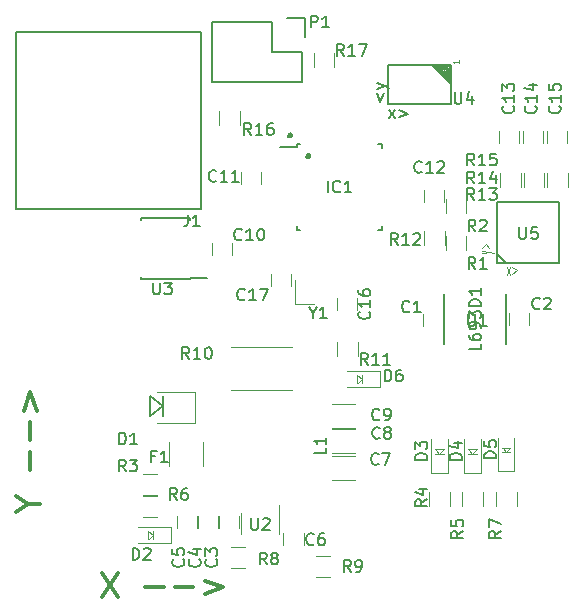
<source format=gbr>
G04 #@! TF.FileFunction,Legend,Top*
%FSLAX46Y46*%
G04 Gerber Fmt 4.6, Leading zero omitted, Abs format (unit mm)*
G04 Created by KiCad (PCBNEW 4.0.7-e2-6376~58~ubuntu16.04.1) date Sun Sep  2 10:05:10 2018*
%MOMM*%
%LPD*%
G01*
G04 APERTURE LIST*
%ADD10C,0.100000*%
%ADD11C,0.300000*%
%ADD12C,0.150000*%
%ADD13C,0.152400*%
%ADD14C,0.120000*%
%ADD15C,0.200000*%
%ADD16C,0.500000*%
%ADD17C,0.125000*%
G04 APERTURE END LIST*
D10*
D11*
X42755719Y-112350310D02*
X43723338Y-112350310D01*
X41691338Y-113027643D02*
X42755719Y-112350310D01*
X41691338Y-111672977D01*
X42949243Y-109447453D02*
X42949243Y-107899263D01*
X42949243Y-106931643D02*
X42949243Y-105383453D01*
X42368671Y-104415833D02*
X42949243Y-102867643D01*
X43529814Y-104415833D01*
X49008957Y-118119738D02*
X50363623Y-120151738D01*
X50363623Y-118119738D02*
X49008957Y-120151738D01*
X52685909Y-119377643D02*
X54234099Y-119377643D01*
X55201719Y-119377643D02*
X56749909Y-119377643D01*
X57717529Y-118797071D02*
X59265719Y-119377643D01*
X57717529Y-119958214D01*
D12*
X57390900Y-72362500D02*
X57390900Y-87362500D01*
X57394500Y-72358300D02*
X41734500Y-72358300D01*
X57394500Y-87371900D02*
X41734500Y-87371900D01*
X41719100Y-72362500D02*
X41719100Y-87362500D01*
D13*
X77990700Y-94508900D02*
X77990700Y-98776100D01*
X83248500Y-98776100D02*
X83248500Y-94508900D01*
D14*
X77850100Y-97206000D02*
X77850100Y-96206000D01*
X76150100Y-96206000D02*
X76150100Y-97206000D01*
X83452600Y-96142500D02*
X83452600Y-97142500D01*
X85152600Y-97142500D02*
X85152600Y-96142500D01*
X60634000Y-114338000D02*
X60634000Y-113338000D01*
X58934000Y-113338000D02*
X58934000Y-114338000D01*
X58834000Y-114338000D02*
X58834000Y-113338000D01*
X57134000Y-113338000D02*
X57134000Y-114338000D01*
X57034000Y-114338000D02*
X57034000Y-113338000D01*
X55334000Y-113338000D02*
X55334000Y-114338000D01*
X64364500Y-114782500D02*
X64364500Y-115782500D01*
X66064500Y-115782500D02*
X66064500Y-114782500D01*
X70465000Y-108271000D02*
X68465000Y-108271000D01*
X68465000Y-110311000D02*
X70465000Y-110311000D01*
X70465000Y-105985000D02*
X68465000Y-105985000D01*
X68465000Y-108025000D02*
X70465000Y-108025000D01*
X70465000Y-103826000D02*
X68465000Y-103826000D01*
X68465000Y-105866000D02*
X70465000Y-105866000D01*
X60046000Y-91194000D02*
X60046000Y-90194000D01*
X58346000Y-90194000D02*
X58346000Y-91194000D01*
X62483100Y-85188500D02*
X62483100Y-84188500D01*
X60783100Y-84188500D02*
X60783100Y-85188500D01*
X76277100Y-85712500D02*
X76277100Y-86712500D01*
X77977100Y-86712500D02*
X77977100Y-85712500D01*
X82627100Y-80712000D02*
X82627100Y-81712000D01*
X84327100Y-81712000D02*
X84327100Y-80712000D01*
X84659100Y-80712000D02*
X84659100Y-81712000D01*
X86359100Y-81712000D02*
X86359100Y-80712000D01*
X86691100Y-80712000D02*
X86691100Y-81712000D01*
X88391100Y-81712000D02*
X88391100Y-80712000D01*
X70611100Y-95872500D02*
X70611100Y-94872500D01*
X68911100Y-94872500D02*
X68911100Y-95872500D01*
X65023100Y-93840500D02*
X65023100Y-92840500D01*
X63323100Y-92840500D02*
X63323100Y-93840500D01*
D15*
X53084000Y-103138000D02*
X54184000Y-104038000D01*
X53084000Y-104838000D02*
X53084000Y-103138000D01*
X54184000Y-104038000D02*
X53084000Y-104838000D01*
X54184000Y-104838000D02*
X54184000Y-103138000D01*
D14*
X56859000Y-105471500D02*
X56859000Y-102804500D01*
X56859000Y-102804500D02*
X53684000Y-102804500D01*
X56859000Y-105471500D02*
X53684000Y-105471500D01*
D10*
X53284000Y-114588000D02*
X53284000Y-114938000D01*
X53284000Y-114938000D02*
X53284000Y-115288000D01*
X52934000Y-114588000D02*
X53284000Y-114938000D01*
X52934000Y-114638000D02*
X52934000Y-114588000D01*
X52934000Y-114588000D02*
X52934000Y-114638000D01*
X52934000Y-115288000D02*
X52934000Y-114638000D01*
X52984000Y-115238000D02*
X52934000Y-115288000D01*
X53284000Y-114938000D02*
X52984000Y-115238000D01*
D14*
X54884000Y-115638000D02*
X54884000Y-114238000D01*
X54884000Y-114238000D02*
X52084000Y-114238000D01*
X54884000Y-115638000D02*
X52084000Y-115638000D01*
D10*
X77917100Y-108043900D02*
X77567100Y-108043900D01*
X77567100Y-108043900D02*
X77217100Y-108043900D01*
X77917100Y-107693900D02*
X77567100Y-108043900D01*
X77867100Y-107693900D02*
X77917100Y-107693900D01*
X77917100Y-107693900D02*
X77867100Y-107693900D01*
X77217100Y-107693900D02*
X77867100Y-107693900D01*
X77267100Y-107743900D02*
X77217100Y-107693900D01*
X77567100Y-108043900D02*
X77267100Y-107743900D01*
D14*
X76867100Y-109643900D02*
X78267100Y-109643900D01*
X78267100Y-109643900D02*
X78267100Y-106843900D01*
X76867100Y-109643900D02*
X76867100Y-106843900D01*
D10*
X80711100Y-108043900D02*
X80361100Y-108043900D01*
X80361100Y-108043900D02*
X80011100Y-108043900D01*
X80711100Y-107693900D02*
X80361100Y-108043900D01*
X80661100Y-107693900D02*
X80711100Y-107693900D01*
X80711100Y-107693900D02*
X80661100Y-107693900D01*
X80011100Y-107693900D02*
X80661100Y-107693900D01*
X80061100Y-107743900D02*
X80011100Y-107693900D01*
X80361100Y-108043900D02*
X80061100Y-107743900D01*
D14*
X79661100Y-109643900D02*
X81061100Y-109643900D01*
X81061100Y-109643900D02*
X81061100Y-106843900D01*
X79661100Y-109643900D02*
X79661100Y-106843900D01*
D10*
X83573100Y-107891500D02*
X83223100Y-107891500D01*
X83223100Y-107891500D02*
X82873100Y-107891500D01*
X83573100Y-107541500D02*
X83223100Y-107891500D01*
X83523100Y-107541500D02*
X83573100Y-107541500D01*
X83573100Y-107541500D02*
X83523100Y-107541500D01*
X82873100Y-107541500D02*
X83523100Y-107541500D01*
X82923100Y-107591500D02*
X82873100Y-107541500D01*
X83223100Y-107891500D02*
X82923100Y-107591500D01*
D14*
X82523100Y-109491500D02*
X83923100Y-109491500D01*
X83923100Y-109491500D02*
X83923100Y-106691500D01*
X82523100Y-109491500D02*
X82523100Y-106691500D01*
D10*
X70977100Y-101372500D02*
X70977100Y-101722500D01*
X70977100Y-101722500D02*
X70977100Y-102072500D01*
X70627100Y-101372500D02*
X70977100Y-101722500D01*
X70627100Y-101422500D02*
X70627100Y-101372500D01*
X70627100Y-101372500D02*
X70627100Y-101422500D01*
X70627100Y-102072500D02*
X70627100Y-101422500D01*
X70677100Y-102022500D02*
X70627100Y-102072500D01*
X70977100Y-101722500D02*
X70677100Y-102022500D01*
D14*
X72577100Y-102422500D02*
X72577100Y-101022500D01*
X72577100Y-101022500D02*
X69777100Y-101022500D01*
X72577100Y-102422500D02*
X69777100Y-102422500D01*
X57594500Y-107082500D02*
X57594500Y-109082500D01*
X54634500Y-109082500D02*
X54634500Y-107082500D01*
D16*
X66485800Y-82845400D02*
G75*
G03X66485800Y-82845400I-50800J0D01*
G01*
X64936400Y-81092800D02*
G75*
G03X64936400Y-81092800I-50800J0D01*
G01*
D12*
X65477000Y-81862000D02*
X65477000Y-82087000D01*
X72727000Y-81862000D02*
X72727000Y-82187000D01*
X72727000Y-89112000D02*
X72727000Y-88787000D01*
X65477000Y-89112000D02*
X65477000Y-88787000D01*
X65477000Y-81862000D02*
X65802000Y-81862000D01*
X65477000Y-89112000D02*
X65802000Y-89112000D01*
X72727000Y-89112000D02*
X72402000Y-89112000D01*
X72727000Y-81862000D02*
X72402000Y-81862000D01*
X65477000Y-82087000D02*
X64052000Y-82087000D01*
X63411100Y-71480500D02*
X58331100Y-71480500D01*
X66231100Y-71200500D02*
X66231100Y-72750500D01*
X65951100Y-74020500D02*
X63411100Y-74020500D01*
X63411100Y-74020500D02*
X63411100Y-71480500D01*
X58331100Y-71480500D02*
X58331100Y-76560500D01*
X58331100Y-76560500D02*
X63411100Y-76560500D01*
X66231100Y-71200500D02*
X64681100Y-71200500D01*
X65951100Y-76560500D02*
X65951100Y-74020500D01*
X63411100Y-76560500D02*
X65951100Y-76560500D01*
D14*
X79848600Y-89629000D02*
X79848600Y-90829000D01*
X78088600Y-90829000D02*
X78088600Y-89629000D01*
X79848600Y-86454000D02*
X79848600Y-87654000D01*
X78088600Y-87654000D02*
X78088600Y-86454000D01*
X52484000Y-109758000D02*
X53684000Y-109758000D01*
X53684000Y-111518000D02*
X52484000Y-111518000D01*
X76687100Y-112507900D02*
X76687100Y-111307900D01*
X78447100Y-111307900D02*
X78447100Y-112507900D01*
X79481100Y-112507900D02*
X79481100Y-111307900D01*
X81241100Y-111307900D02*
X81241100Y-112507900D01*
X52484000Y-111658000D02*
X53684000Y-111658000D01*
X53684000Y-113418000D02*
X52484000Y-113418000D01*
X82343100Y-112482500D02*
X82343100Y-111282500D01*
X84103100Y-111282500D02*
X84103100Y-112482500D01*
X59884000Y-115958000D02*
X61084000Y-115958000D01*
X61084000Y-117718000D02*
X59884000Y-117718000D01*
X67129100Y-116717500D02*
X68329100Y-116717500D01*
X68329100Y-118477500D02*
X67129100Y-118477500D01*
X65084000Y-102658000D02*
X59884000Y-102658000D01*
X59884000Y-99018000D02*
X65084000Y-99018000D01*
X68881100Y-99782500D02*
X68881100Y-98582500D01*
X70641100Y-98582500D02*
X70641100Y-99782500D01*
X78007100Y-89184500D02*
X78007100Y-90384500D01*
X76247100Y-90384500D02*
X76247100Y-89184500D01*
X60702100Y-79008500D02*
X60702100Y-80208500D01*
X58942100Y-80208500D02*
X58942100Y-79008500D01*
X60785100Y-113082500D02*
X60785100Y-114882500D01*
X64005100Y-114882500D02*
X64005100Y-112432500D01*
D12*
X56469100Y-93232500D02*
X56469100Y-93182500D01*
X52319100Y-93232500D02*
X52319100Y-93087500D01*
X52319100Y-88082500D02*
X52319100Y-88227500D01*
X56469100Y-88082500D02*
X56469100Y-88227500D01*
X56469100Y-93232500D02*
X52319100Y-93232500D01*
X56469100Y-88082500D02*
X52319100Y-88082500D01*
X56469100Y-93182500D02*
X57869100Y-93182500D01*
X78333600Y-76259000D02*
X78333600Y-75370000D01*
X78333600Y-75370000D02*
X77444600Y-75370000D01*
X77444600Y-75370000D02*
X78206600Y-76132000D01*
X78206600Y-76132000D02*
X78206600Y-75497000D01*
X78206600Y-75497000D02*
X77698600Y-75497000D01*
X77698600Y-75497000D02*
X78079600Y-75878000D01*
X78079600Y-75878000D02*
X78079600Y-75624000D01*
X78079600Y-75624000D02*
X77952600Y-75624000D01*
X78460600Y-76386000D02*
X78460600Y-75243000D01*
X78460600Y-75243000D02*
X77190600Y-75243000D01*
X77190600Y-75243000D02*
X78460600Y-76513000D01*
X78587600Y-76767000D02*
X76936600Y-75116000D01*
X73253600Y-75116000D02*
X78587600Y-75116000D01*
X78587600Y-75116000D02*
X78587600Y-78418000D01*
X78587600Y-78418000D02*
X73253600Y-78418000D01*
X73253600Y-78418000D02*
X73253600Y-75116000D01*
X83210400Y-91930800D02*
X82448400Y-91168800D01*
X87655400Y-91930800D02*
X82448400Y-91930800D01*
X82448400Y-91930800D02*
X82448400Y-86749200D01*
X82448400Y-86749200D02*
X87655400Y-86749200D01*
X87655400Y-86749200D02*
X87655400Y-91930800D01*
D10*
X65367100Y-95340500D02*
X65367100Y-93340500D01*
X65367100Y-95340500D02*
X66967100Y-95340500D01*
D14*
X84484100Y-84295000D02*
X84484100Y-85495000D01*
X82724100Y-85495000D02*
X82724100Y-84295000D01*
X86452600Y-84295000D02*
X86452600Y-85495000D01*
X84692600Y-85495000D02*
X84692600Y-84295000D01*
X88421100Y-84295000D02*
X88421100Y-85495000D01*
X86661100Y-85495000D02*
X86661100Y-84295000D01*
X66912600Y-75335000D02*
X66912600Y-74135000D01*
X68672600Y-74135000D02*
X68672600Y-75335000D01*
D12*
X56288367Y-87798481D02*
X56288367Y-88512767D01*
X56240747Y-88655624D01*
X56145509Y-88750862D01*
X56002652Y-88798481D01*
X55907414Y-88798481D01*
X57288367Y-88798481D02*
X56716938Y-88798481D01*
X57002652Y-88798481D02*
X57002652Y-87798481D01*
X56907414Y-87941338D01*
X56812176Y-88036576D01*
X56716938Y-88084195D01*
X80010095Y-96226381D02*
X80010095Y-97035905D01*
X80057714Y-97131143D01*
X80105333Y-97178762D01*
X80200571Y-97226381D01*
X80391048Y-97226381D01*
X80486286Y-97178762D01*
X80533905Y-97131143D01*
X80581524Y-97035905D01*
X80581524Y-96226381D01*
X81581524Y-97226381D02*
X81010095Y-97226381D01*
X81295809Y-97226381D02*
X81295809Y-96226381D01*
X81200571Y-96369238D01*
X81105333Y-96464476D01*
X81010095Y-96512095D01*
X81071981Y-98737738D02*
X81071981Y-99213929D01*
X80071981Y-99213929D01*
X80071981Y-97975833D02*
X80071981Y-98166310D01*
X80119600Y-98261548D01*
X80167219Y-98309167D01*
X80310076Y-98404405D01*
X80500552Y-98452024D01*
X80881505Y-98452024D01*
X80976743Y-98404405D01*
X81024362Y-98356786D01*
X81071981Y-98261548D01*
X81071981Y-98071071D01*
X81024362Y-97975833D01*
X80976743Y-97928214D01*
X80881505Y-97880595D01*
X80643410Y-97880595D01*
X80548171Y-97928214D01*
X80500552Y-97975833D01*
X80452933Y-98071071D01*
X80452933Y-98261548D01*
X80500552Y-98356786D01*
X80548171Y-98404405D01*
X80643410Y-98452024D01*
X81071981Y-97404405D02*
X81071981Y-97213929D01*
X81024362Y-97118690D01*
X80976743Y-97071071D01*
X80833886Y-96975833D01*
X80643410Y-96928214D01*
X80262457Y-96928214D01*
X80167219Y-96975833D01*
X80119600Y-97023452D01*
X80071981Y-97118690D01*
X80071981Y-97309167D01*
X80119600Y-97404405D01*
X80167219Y-97452024D01*
X80262457Y-97499643D01*
X80500552Y-97499643D01*
X80595790Y-97452024D01*
X80643410Y-97404405D01*
X80691029Y-97309167D01*
X80691029Y-97118690D01*
X80643410Y-97023452D01*
X80595790Y-96975833D01*
X80500552Y-96928214D01*
X80071981Y-96594881D02*
X80071981Y-95975833D01*
X80452933Y-96309167D01*
X80452933Y-96166309D01*
X80500552Y-96071071D01*
X80548171Y-96023452D01*
X80643410Y-95975833D01*
X80881505Y-95975833D01*
X80976743Y-96023452D01*
X81024362Y-96071071D01*
X81071981Y-96166309D01*
X81071981Y-96452024D01*
X81024362Y-96547262D01*
X80976743Y-96594881D01*
X81071981Y-95547262D02*
X80071981Y-95547262D01*
X80071981Y-95309167D01*
X80119600Y-95166309D01*
X80214838Y-95071071D01*
X80310076Y-95023452D01*
X80500552Y-94975833D01*
X80643410Y-94975833D01*
X80833886Y-95023452D01*
X80929124Y-95071071D01*
X81024362Y-95166309D01*
X81071981Y-95309167D01*
X81071981Y-95547262D01*
X81071981Y-94023452D02*
X81071981Y-94594881D01*
X81071981Y-94309167D02*
X80071981Y-94309167D01*
X80214838Y-94404405D01*
X80310076Y-94499643D01*
X80357695Y-94594881D01*
X75017334Y-95988143D02*
X74969715Y-96035762D01*
X74826858Y-96083381D01*
X74731620Y-96083381D01*
X74588762Y-96035762D01*
X74493524Y-95940524D01*
X74445905Y-95845286D01*
X74398286Y-95654810D01*
X74398286Y-95511952D01*
X74445905Y-95321476D01*
X74493524Y-95226238D01*
X74588762Y-95131000D01*
X74731620Y-95083381D01*
X74826858Y-95083381D01*
X74969715Y-95131000D01*
X75017334Y-95178619D01*
X75969715Y-96083381D02*
X75398286Y-96083381D01*
X75684000Y-96083381D02*
X75684000Y-95083381D01*
X75588762Y-95226238D01*
X75493524Y-95321476D01*
X75398286Y-95369095D01*
X86066334Y-95734143D02*
X86018715Y-95781762D01*
X85875858Y-95829381D01*
X85780620Y-95829381D01*
X85637762Y-95781762D01*
X85542524Y-95686524D01*
X85494905Y-95591286D01*
X85447286Y-95400810D01*
X85447286Y-95257952D01*
X85494905Y-95067476D01*
X85542524Y-94972238D01*
X85637762Y-94877000D01*
X85780620Y-94829381D01*
X85875858Y-94829381D01*
X86018715Y-94877000D01*
X86066334Y-94924619D01*
X86447286Y-94924619D02*
X86494905Y-94877000D01*
X86590143Y-94829381D01*
X86828239Y-94829381D01*
X86923477Y-94877000D01*
X86971096Y-94924619D01*
X87018715Y-95019857D01*
X87018715Y-95115095D01*
X86971096Y-95257952D01*
X86399667Y-95829381D01*
X87018715Y-95829381D01*
X58650143Y-117006666D02*
X58697762Y-117054285D01*
X58745381Y-117197142D01*
X58745381Y-117292380D01*
X58697762Y-117435238D01*
X58602524Y-117530476D01*
X58507286Y-117578095D01*
X58316810Y-117625714D01*
X58173952Y-117625714D01*
X57983476Y-117578095D01*
X57888238Y-117530476D01*
X57793000Y-117435238D01*
X57745381Y-117292380D01*
X57745381Y-117197142D01*
X57793000Y-117054285D01*
X57840619Y-117006666D01*
X57745381Y-116673333D02*
X57745381Y-116054285D01*
X58126333Y-116387619D01*
X58126333Y-116244761D01*
X58173952Y-116149523D01*
X58221571Y-116101904D01*
X58316810Y-116054285D01*
X58554905Y-116054285D01*
X58650143Y-116101904D01*
X58697762Y-116149523D01*
X58745381Y-116244761D01*
X58745381Y-116530476D01*
X58697762Y-116625714D01*
X58650143Y-116673333D01*
X57253143Y-117006666D02*
X57300762Y-117054285D01*
X57348381Y-117197142D01*
X57348381Y-117292380D01*
X57300762Y-117435238D01*
X57205524Y-117530476D01*
X57110286Y-117578095D01*
X56919810Y-117625714D01*
X56776952Y-117625714D01*
X56586476Y-117578095D01*
X56491238Y-117530476D01*
X56396000Y-117435238D01*
X56348381Y-117292380D01*
X56348381Y-117197142D01*
X56396000Y-117054285D01*
X56443619Y-117006666D01*
X56681714Y-116149523D02*
X57348381Y-116149523D01*
X56300762Y-116387619D02*
X57015048Y-116625714D01*
X57015048Y-116006666D01*
X55856143Y-117006666D02*
X55903762Y-117054285D01*
X55951381Y-117197142D01*
X55951381Y-117292380D01*
X55903762Y-117435238D01*
X55808524Y-117530476D01*
X55713286Y-117578095D01*
X55522810Y-117625714D01*
X55379952Y-117625714D01*
X55189476Y-117578095D01*
X55094238Y-117530476D01*
X54999000Y-117435238D01*
X54951381Y-117292380D01*
X54951381Y-117197142D01*
X54999000Y-117054285D01*
X55046619Y-117006666D01*
X54951381Y-116101904D02*
X54951381Y-116578095D01*
X55427571Y-116625714D01*
X55379952Y-116578095D01*
X55332333Y-116482857D01*
X55332333Y-116244761D01*
X55379952Y-116149523D01*
X55427571Y-116101904D01*
X55522810Y-116054285D01*
X55760905Y-116054285D01*
X55856143Y-116101904D01*
X55903762Y-116149523D01*
X55951381Y-116244761D01*
X55951381Y-116482857D01*
X55903762Y-116578095D01*
X55856143Y-116625714D01*
X66917334Y-115695143D02*
X66869715Y-115742762D01*
X66726858Y-115790381D01*
X66631620Y-115790381D01*
X66488762Y-115742762D01*
X66393524Y-115647524D01*
X66345905Y-115552286D01*
X66298286Y-115361810D01*
X66298286Y-115218952D01*
X66345905Y-115028476D01*
X66393524Y-114933238D01*
X66488762Y-114838000D01*
X66631620Y-114790381D01*
X66726858Y-114790381D01*
X66869715Y-114838000D01*
X66917334Y-114885619D01*
X67774477Y-114790381D02*
X67584000Y-114790381D01*
X67488762Y-114838000D01*
X67441143Y-114885619D01*
X67345905Y-115028476D01*
X67298286Y-115218952D01*
X67298286Y-115599905D01*
X67345905Y-115695143D01*
X67393524Y-115742762D01*
X67488762Y-115790381D01*
X67679239Y-115790381D01*
X67774477Y-115742762D01*
X67822096Y-115695143D01*
X67869715Y-115599905D01*
X67869715Y-115361810D01*
X67822096Y-115266571D01*
X67774477Y-115218952D01*
X67679239Y-115171333D01*
X67488762Y-115171333D01*
X67393524Y-115218952D01*
X67345905Y-115266571D01*
X67298286Y-115361810D01*
X72417334Y-108895143D02*
X72369715Y-108942762D01*
X72226858Y-108990381D01*
X72131620Y-108990381D01*
X71988762Y-108942762D01*
X71893524Y-108847524D01*
X71845905Y-108752286D01*
X71798286Y-108561810D01*
X71798286Y-108418952D01*
X71845905Y-108228476D01*
X71893524Y-108133238D01*
X71988762Y-108038000D01*
X72131620Y-107990381D01*
X72226858Y-107990381D01*
X72369715Y-108038000D01*
X72417334Y-108085619D01*
X72750667Y-107990381D02*
X73417334Y-107990381D01*
X72988762Y-108990381D01*
X72517334Y-106695143D02*
X72469715Y-106742762D01*
X72326858Y-106790381D01*
X72231620Y-106790381D01*
X72088762Y-106742762D01*
X71993524Y-106647524D01*
X71945905Y-106552286D01*
X71898286Y-106361810D01*
X71898286Y-106218952D01*
X71945905Y-106028476D01*
X71993524Y-105933238D01*
X72088762Y-105838000D01*
X72231620Y-105790381D01*
X72326858Y-105790381D01*
X72469715Y-105838000D01*
X72517334Y-105885619D01*
X73088762Y-106218952D02*
X72993524Y-106171333D01*
X72945905Y-106123714D01*
X72898286Y-106028476D01*
X72898286Y-105980857D01*
X72945905Y-105885619D01*
X72993524Y-105838000D01*
X73088762Y-105790381D01*
X73279239Y-105790381D01*
X73374477Y-105838000D01*
X73422096Y-105885619D01*
X73469715Y-105980857D01*
X73469715Y-106028476D01*
X73422096Y-106123714D01*
X73374477Y-106171333D01*
X73279239Y-106218952D01*
X73088762Y-106218952D01*
X72993524Y-106266571D01*
X72945905Y-106314190D01*
X72898286Y-106409429D01*
X72898286Y-106599905D01*
X72945905Y-106695143D01*
X72993524Y-106742762D01*
X73088762Y-106790381D01*
X73279239Y-106790381D01*
X73374477Y-106742762D01*
X73422096Y-106695143D01*
X73469715Y-106599905D01*
X73469715Y-106409429D01*
X73422096Y-106314190D01*
X73374477Y-106266571D01*
X73279239Y-106218952D01*
X72477334Y-105132143D02*
X72429715Y-105179762D01*
X72286858Y-105227381D01*
X72191620Y-105227381D01*
X72048762Y-105179762D01*
X71953524Y-105084524D01*
X71905905Y-104989286D01*
X71858286Y-104798810D01*
X71858286Y-104655952D01*
X71905905Y-104465476D01*
X71953524Y-104370238D01*
X72048762Y-104275000D01*
X72191620Y-104227381D01*
X72286858Y-104227381D01*
X72429715Y-104275000D01*
X72477334Y-104322619D01*
X72953524Y-105227381D02*
X73144000Y-105227381D01*
X73239239Y-105179762D01*
X73286858Y-105132143D01*
X73382096Y-104989286D01*
X73429715Y-104798810D01*
X73429715Y-104417857D01*
X73382096Y-104322619D01*
X73334477Y-104275000D01*
X73239239Y-104227381D01*
X73048762Y-104227381D01*
X72953524Y-104275000D01*
X72905905Y-104322619D01*
X72858286Y-104417857D01*
X72858286Y-104655952D01*
X72905905Y-104751190D01*
X72953524Y-104798810D01*
X73048762Y-104846429D01*
X73239239Y-104846429D01*
X73334477Y-104798810D01*
X73382096Y-104751190D01*
X73429715Y-104655952D01*
X60825143Y-89892143D02*
X60777524Y-89939762D01*
X60634667Y-89987381D01*
X60539429Y-89987381D01*
X60396571Y-89939762D01*
X60301333Y-89844524D01*
X60253714Y-89749286D01*
X60206095Y-89558810D01*
X60206095Y-89415952D01*
X60253714Y-89225476D01*
X60301333Y-89130238D01*
X60396571Y-89035000D01*
X60539429Y-88987381D01*
X60634667Y-88987381D01*
X60777524Y-89035000D01*
X60825143Y-89082619D01*
X61777524Y-89987381D02*
X61206095Y-89987381D01*
X61491809Y-89987381D02*
X61491809Y-88987381D01*
X61396571Y-89130238D01*
X61301333Y-89225476D01*
X61206095Y-89273095D01*
X62396571Y-88987381D02*
X62491810Y-88987381D01*
X62587048Y-89035000D01*
X62634667Y-89082619D01*
X62682286Y-89177857D01*
X62729905Y-89368333D01*
X62729905Y-89606429D01*
X62682286Y-89796905D01*
X62634667Y-89892143D01*
X62587048Y-89939762D01*
X62491810Y-89987381D01*
X62396571Y-89987381D01*
X62301333Y-89939762D01*
X62253714Y-89892143D01*
X62206095Y-89796905D01*
X62158476Y-89606429D01*
X62158476Y-89368333D01*
X62206095Y-89177857D01*
X62253714Y-89082619D01*
X62301333Y-89035000D01*
X62396571Y-88987381D01*
X58666143Y-84939143D02*
X58618524Y-84986762D01*
X58475667Y-85034381D01*
X58380429Y-85034381D01*
X58237571Y-84986762D01*
X58142333Y-84891524D01*
X58094714Y-84796286D01*
X58047095Y-84605810D01*
X58047095Y-84462952D01*
X58094714Y-84272476D01*
X58142333Y-84177238D01*
X58237571Y-84082000D01*
X58380429Y-84034381D01*
X58475667Y-84034381D01*
X58618524Y-84082000D01*
X58666143Y-84129619D01*
X59618524Y-85034381D02*
X59047095Y-85034381D01*
X59332809Y-85034381D02*
X59332809Y-84034381D01*
X59237571Y-84177238D01*
X59142333Y-84272476D01*
X59047095Y-84320095D01*
X60570905Y-85034381D02*
X59999476Y-85034381D01*
X60285190Y-85034381D02*
X60285190Y-84034381D01*
X60189952Y-84177238D01*
X60094714Y-84272476D01*
X59999476Y-84320095D01*
X76065143Y-84177143D02*
X76017524Y-84224762D01*
X75874667Y-84272381D01*
X75779429Y-84272381D01*
X75636571Y-84224762D01*
X75541333Y-84129524D01*
X75493714Y-84034286D01*
X75446095Y-83843810D01*
X75446095Y-83700952D01*
X75493714Y-83510476D01*
X75541333Y-83415238D01*
X75636571Y-83320000D01*
X75779429Y-83272381D01*
X75874667Y-83272381D01*
X76017524Y-83320000D01*
X76065143Y-83367619D01*
X77017524Y-84272381D02*
X76446095Y-84272381D01*
X76731809Y-84272381D02*
X76731809Y-83272381D01*
X76636571Y-83415238D01*
X76541333Y-83510476D01*
X76446095Y-83558095D01*
X77398476Y-83367619D02*
X77446095Y-83320000D01*
X77541333Y-83272381D01*
X77779429Y-83272381D01*
X77874667Y-83320000D01*
X77922286Y-83367619D01*
X77969905Y-83462857D01*
X77969905Y-83558095D01*
X77922286Y-83700952D01*
X77350857Y-84272381D01*
X77969905Y-84272381D01*
X83796143Y-78620857D02*
X83843762Y-78668476D01*
X83891381Y-78811333D01*
X83891381Y-78906571D01*
X83843762Y-79049429D01*
X83748524Y-79144667D01*
X83653286Y-79192286D01*
X83462810Y-79239905D01*
X83319952Y-79239905D01*
X83129476Y-79192286D01*
X83034238Y-79144667D01*
X82939000Y-79049429D01*
X82891381Y-78906571D01*
X82891381Y-78811333D01*
X82939000Y-78668476D01*
X82986619Y-78620857D01*
X83891381Y-77668476D02*
X83891381Y-78239905D01*
X83891381Y-77954191D02*
X82891381Y-77954191D01*
X83034238Y-78049429D01*
X83129476Y-78144667D01*
X83177095Y-78239905D01*
X82891381Y-77335143D02*
X82891381Y-76716095D01*
X83272333Y-77049429D01*
X83272333Y-76906571D01*
X83319952Y-76811333D01*
X83367571Y-76763714D01*
X83462810Y-76716095D01*
X83700905Y-76716095D01*
X83796143Y-76763714D01*
X83843762Y-76811333D01*
X83891381Y-76906571D01*
X83891381Y-77192286D01*
X83843762Y-77287524D01*
X83796143Y-77335143D01*
X85701143Y-78620857D02*
X85748762Y-78668476D01*
X85796381Y-78811333D01*
X85796381Y-78906571D01*
X85748762Y-79049429D01*
X85653524Y-79144667D01*
X85558286Y-79192286D01*
X85367810Y-79239905D01*
X85224952Y-79239905D01*
X85034476Y-79192286D01*
X84939238Y-79144667D01*
X84844000Y-79049429D01*
X84796381Y-78906571D01*
X84796381Y-78811333D01*
X84844000Y-78668476D01*
X84891619Y-78620857D01*
X85796381Y-77668476D02*
X85796381Y-78239905D01*
X85796381Y-77954191D02*
X84796381Y-77954191D01*
X84939238Y-78049429D01*
X85034476Y-78144667D01*
X85082095Y-78239905D01*
X85129714Y-76811333D02*
X85796381Y-76811333D01*
X84748762Y-77049429D02*
X85463048Y-77287524D01*
X85463048Y-76668476D01*
X87733143Y-78620857D02*
X87780762Y-78668476D01*
X87828381Y-78811333D01*
X87828381Y-78906571D01*
X87780762Y-79049429D01*
X87685524Y-79144667D01*
X87590286Y-79192286D01*
X87399810Y-79239905D01*
X87256952Y-79239905D01*
X87066476Y-79192286D01*
X86971238Y-79144667D01*
X86876000Y-79049429D01*
X86828381Y-78906571D01*
X86828381Y-78811333D01*
X86876000Y-78668476D01*
X86923619Y-78620857D01*
X87828381Y-77668476D02*
X87828381Y-78239905D01*
X87828381Y-77954191D02*
X86828381Y-77954191D01*
X86971238Y-78049429D01*
X87066476Y-78144667D01*
X87114095Y-78239905D01*
X86828381Y-76763714D02*
X86828381Y-77239905D01*
X87304571Y-77287524D01*
X87256952Y-77239905D01*
X87209333Y-77144667D01*
X87209333Y-76906571D01*
X87256952Y-76811333D01*
X87304571Y-76763714D01*
X87399810Y-76716095D01*
X87637905Y-76716095D01*
X87733143Y-76763714D01*
X87780762Y-76811333D01*
X87828381Y-76906571D01*
X87828381Y-77144667D01*
X87780762Y-77239905D01*
X87733143Y-77287524D01*
X71618243Y-96015357D02*
X71665862Y-96062976D01*
X71713481Y-96205833D01*
X71713481Y-96301071D01*
X71665862Y-96443929D01*
X71570624Y-96539167D01*
X71475386Y-96586786D01*
X71284910Y-96634405D01*
X71142052Y-96634405D01*
X70951576Y-96586786D01*
X70856338Y-96539167D01*
X70761100Y-96443929D01*
X70713481Y-96301071D01*
X70713481Y-96205833D01*
X70761100Y-96062976D01*
X70808719Y-96015357D01*
X71713481Y-95062976D02*
X71713481Y-95634405D01*
X71713481Y-95348691D02*
X70713481Y-95348691D01*
X70856338Y-95443929D01*
X70951576Y-95539167D01*
X70999195Y-95634405D01*
X70713481Y-94205833D02*
X70713481Y-94396310D01*
X70761100Y-94491548D01*
X70808719Y-94539167D01*
X70951576Y-94634405D01*
X71142052Y-94682024D01*
X71523005Y-94682024D01*
X71618243Y-94634405D01*
X71665862Y-94586786D01*
X71713481Y-94491548D01*
X71713481Y-94301071D01*
X71665862Y-94205833D01*
X71618243Y-94158214D01*
X71523005Y-94110595D01*
X71284910Y-94110595D01*
X71189671Y-94158214D01*
X71142052Y-94205833D01*
X71094433Y-94301071D01*
X71094433Y-94491548D01*
X71142052Y-94586786D01*
X71189671Y-94634405D01*
X71284910Y-94682024D01*
X61079143Y-94972143D02*
X61031524Y-95019762D01*
X60888667Y-95067381D01*
X60793429Y-95067381D01*
X60650571Y-95019762D01*
X60555333Y-94924524D01*
X60507714Y-94829286D01*
X60460095Y-94638810D01*
X60460095Y-94495952D01*
X60507714Y-94305476D01*
X60555333Y-94210238D01*
X60650571Y-94115000D01*
X60793429Y-94067381D01*
X60888667Y-94067381D01*
X61031524Y-94115000D01*
X61079143Y-94162619D01*
X62031524Y-95067381D02*
X61460095Y-95067381D01*
X61745809Y-95067381D02*
X61745809Y-94067381D01*
X61650571Y-94210238D01*
X61555333Y-94305476D01*
X61460095Y-94353095D01*
X62364857Y-94067381D02*
X63031524Y-94067381D01*
X62602952Y-95067381D01*
X50442905Y-107259381D02*
X50442905Y-106259381D01*
X50681000Y-106259381D01*
X50823858Y-106307000D01*
X50919096Y-106402238D01*
X50966715Y-106497476D01*
X51014334Y-106687952D01*
X51014334Y-106830810D01*
X50966715Y-107021286D01*
X50919096Y-107116524D01*
X50823858Y-107211762D01*
X50681000Y-107259381D01*
X50442905Y-107259381D01*
X51966715Y-107259381D02*
X51395286Y-107259381D01*
X51681000Y-107259381D02*
X51681000Y-106259381D01*
X51585762Y-106402238D01*
X51490524Y-106497476D01*
X51395286Y-106545095D01*
X51585905Y-117038381D02*
X51585905Y-116038381D01*
X51824000Y-116038381D01*
X51966858Y-116086000D01*
X52062096Y-116181238D01*
X52109715Y-116276476D01*
X52157334Y-116466952D01*
X52157334Y-116609810D01*
X52109715Y-116800286D01*
X52062096Y-116895524D01*
X51966858Y-116990762D01*
X51824000Y-117038381D01*
X51585905Y-117038381D01*
X52538286Y-116133619D02*
X52585905Y-116086000D01*
X52681143Y-116038381D01*
X52919239Y-116038381D01*
X53014477Y-116086000D01*
X53062096Y-116133619D01*
X53109715Y-116228857D01*
X53109715Y-116324095D01*
X53062096Y-116466952D01*
X52490667Y-117038381D01*
X53109715Y-117038381D01*
X76525381Y-108561095D02*
X75525381Y-108561095D01*
X75525381Y-108323000D01*
X75573000Y-108180142D01*
X75668238Y-108084904D01*
X75763476Y-108037285D01*
X75953952Y-107989666D01*
X76096810Y-107989666D01*
X76287286Y-108037285D01*
X76382524Y-108084904D01*
X76477762Y-108180142D01*
X76525381Y-108323000D01*
X76525381Y-108561095D01*
X75525381Y-107656333D02*
X75525381Y-107037285D01*
X75906333Y-107370619D01*
X75906333Y-107227761D01*
X75953952Y-107132523D01*
X76001571Y-107084904D01*
X76096810Y-107037285D01*
X76334905Y-107037285D01*
X76430143Y-107084904D01*
X76477762Y-107132523D01*
X76525381Y-107227761D01*
X76525381Y-107513476D01*
X76477762Y-107608714D01*
X76430143Y-107656333D01*
X79446381Y-108561095D02*
X78446381Y-108561095D01*
X78446381Y-108323000D01*
X78494000Y-108180142D01*
X78589238Y-108084904D01*
X78684476Y-108037285D01*
X78874952Y-107989666D01*
X79017810Y-107989666D01*
X79208286Y-108037285D01*
X79303524Y-108084904D01*
X79398762Y-108180142D01*
X79446381Y-108323000D01*
X79446381Y-108561095D01*
X78779714Y-107132523D02*
X79446381Y-107132523D01*
X78398762Y-107370619D02*
X79113048Y-107608714D01*
X79113048Y-106989666D01*
X82367381Y-108434095D02*
X81367381Y-108434095D01*
X81367381Y-108196000D01*
X81415000Y-108053142D01*
X81510238Y-107957904D01*
X81605476Y-107910285D01*
X81795952Y-107862666D01*
X81938810Y-107862666D01*
X82129286Y-107910285D01*
X82224524Y-107957904D01*
X82319762Y-108053142D01*
X82367381Y-108196000D01*
X82367381Y-108434095D01*
X81367381Y-106957904D02*
X81367381Y-107434095D01*
X81843571Y-107481714D01*
X81795952Y-107434095D01*
X81748333Y-107338857D01*
X81748333Y-107100761D01*
X81795952Y-107005523D01*
X81843571Y-106957904D01*
X81938810Y-106910285D01*
X82176905Y-106910285D01*
X82272143Y-106957904D01*
X82319762Y-107005523D01*
X82367381Y-107100761D01*
X82367381Y-107338857D01*
X82319762Y-107434095D01*
X82272143Y-107481714D01*
X72921905Y-101925381D02*
X72921905Y-100925381D01*
X73160000Y-100925381D01*
X73302858Y-100973000D01*
X73398096Y-101068238D01*
X73445715Y-101163476D01*
X73493334Y-101353952D01*
X73493334Y-101496810D01*
X73445715Y-101687286D01*
X73398096Y-101782524D01*
X73302858Y-101877762D01*
X73160000Y-101925381D01*
X72921905Y-101925381D01*
X74350477Y-100925381D02*
X74160000Y-100925381D01*
X74064762Y-100973000D01*
X74017143Y-101020619D01*
X73921905Y-101163476D01*
X73874286Y-101353952D01*
X73874286Y-101734905D01*
X73921905Y-101830143D01*
X73969524Y-101877762D01*
X74064762Y-101925381D01*
X74255239Y-101925381D01*
X74350477Y-101877762D01*
X74398096Y-101830143D01*
X74445715Y-101734905D01*
X74445715Y-101496810D01*
X74398096Y-101401571D01*
X74350477Y-101353952D01*
X74255239Y-101306333D01*
X74064762Y-101306333D01*
X73969524Y-101353952D01*
X73921905Y-101401571D01*
X73874286Y-101496810D01*
X53514667Y-108259571D02*
X53181333Y-108259571D01*
X53181333Y-108783381D02*
X53181333Y-107783381D01*
X53657524Y-107783381D01*
X54562286Y-108783381D02*
X53990857Y-108783381D01*
X54276571Y-108783381D02*
X54276571Y-107783381D01*
X54181333Y-107926238D01*
X54086095Y-108021476D01*
X53990857Y-108069095D01*
X68111810Y-85923381D02*
X68111810Y-84923381D01*
X69159429Y-85828143D02*
X69111810Y-85875762D01*
X68968953Y-85923381D01*
X68873715Y-85923381D01*
X68730857Y-85875762D01*
X68635619Y-85780524D01*
X68588000Y-85685286D01*
X68540381Y-85494810D01*
X68540381Y-85351952D01*
X68588000Y-85161476D01*
X68635619Y-85066238D01*
X68730857Y-84971000D01*
X68873715Y-84923381D01*
X68968953Y-84923381D01*
X69111810Y-84971000D01*
X69159429Y-85018619D01*
X70111810Y-85923381D02*
X69540381Y-85923381D01*
X69826095Y-85923381D02*
X69826095Y-84923381D01*
X69730857Y-85066238D01*
X69635619Y-85161476D01*
X69540381Y-85209095D01*
X67952881Y-107545166D02*
X67952881Y-108021357D01*
X66952881Y-108021357D01*
X67952881Y-106688023D02*
X67952881Y-107259452D01*
X67952881Y-106973738D02*
X66952881Y-106973738D01*
X67095738Y-107068976D01*
X67190976Y-107164214D01*
X67238595Y-107259452D01*
X66698905Y-71953381D02*
X66698905Y-70953381D01*
X67079858Y-70953381D01*
X67175096Y-71001000D01*
X67222715Y-71048619D01*
X67270334Y-71143857D01*
X67270334Y-71286714D01*
X67222715Y-71381952D01*
X67175096Y-71429571D01*
X67079858Y-71477190D01*
X66698905Y-71477190D01*
X68222715Y-71953381D02*
X67651286Y-71953381D01*
X67937000Y-71953381D02*
X67937000Y-70953381D01*
X67841762Y-71096238D01*
X67746524Y-71191476D01*
X67651286Y-71239095D01*
X80605334Y-92400381D02*
X80272000Y-91924190D01*
X80033905Y-92400381D02*
X80033905Y-91400381D01*
X80414858Y-91400381D01*
X80510096Y-91448000D01*
X80557715Y-91495619D01*
X80605334Y-91590857D01*
X80605334Y-91733714D01*
X80557715Y-91828952D01*
X80510096Y-91876571D01*
X80414858Y-91924190D01*
X80033905Y-91924190D01*
X81557715Y-92400381D02*
X80986286Y-92400381D01*
X81272000Y-92400381D02*
X81272000Y-91400381D01*
X81176762Y-91543238D01*
X81081524Y-91638476D01*
X80986286Y-91686095D01*
X80605334Y-89225381D02*
X80272000Y-88749190D01*
X80033905Y-89225381D02*
X80033905Y-88225381D01*
X80414858Y-88225381D01*
X80510096Y-88273000D01*
X80557715Y-88320619D01*
X80605334Y-88415857D01*
X80605334Y-88558714D01*
X80557715Y-88653952D01*
X80510096Y-88701571D01*
X80414858Y-88749190D01*
X80033905Y-88749190D01*
X80986286Y-88320619D02*
X81033905Y-88273000D01*
X81129143Y-88225381D01*
X81367239Y-88225381D01*
X81462477Y-88273000D01*
X81510096Y-88320619D01*
X81557715Y-88415857D01*
X81557715Y-88511095D01*
X81510096Y-88653952D01*
X80938667Y-89225381D01*
X81557715Y-89225381D01*
X51014334Y-109545381D02*
X50681000Y-109069190D01*
X50442905Y-109545381D02*
X50442905Y-108545381D01*
X50823858Y-108545381D01*
X50919096Y-108593000D01*
X50966715Y-108640619D01*
X51014334Y-108735857D01*
X51014334Y-108878714D01*
X50966715Y-108973952D01*
X50919096Y-109021571D01*
X50823858Y-109069190D01*
X50442905Y-109069190D01*
X51347667Y-108545381D02*
X51966715Y-108545381D01*
X51633381Y-108926333D01*
X51776239Y-108926333D01*
X51871477Y-108973952D01*
X51919096Y-109021571D01*
X51966715Y-109116810D01*
X51966715Y-109354905D01*
X51919096Y-109450143D01*
X51871477Y-109497762D01*
X51776239Y-109545381D01*
X51490524Y-109545381D01*
X51395286Y-109497762D01*
X51347667Y-109450143D01*
X76525381Y-111926666D02*
X76049190Y-112260000D01*
X76525381Y-112498095D02*
X75525381Y-112498095D01*
X75525381Y-112117142D01*
X75573000Y-112021904D01*
X75620619Y-111974285D01*
X75715857Y-111926666D01*
X75858714Y-111926666D01*
X75953952Y-111974285D01*
X76001571Y-112021904D01*
X76049190Y-112117142D01*
X76049190Y-112498095D01*
X75858714Y-111069523D02*
X76525381Y-111069523D01*
X75477762Y-111307619D02*
X76192048Y-111545714D01*
X76192048Y-110926666D01*
X79573381Y-114593666D02*
X79097190Y-114927000D01*
X79573381Y-115165095D02*
X78573381Y-115165095D01*
X78573381Y-114784142D01*
X78621000Y-114688904D01*
X78668619Y-114641285D01*
X78763857Y-114593666D01*
X78906714Y-114593666D01*
X79001952Y-114641285D01*
X79049571Y-114688904D01*
X79097190Y-114784142D01*
X79097190Y-115165095D01*
X78573381Y-113688904D02*
X78573381Y-114165095D01*
X79049571Y-114212714D01*
X79001952Y-114165095D01*
X78954333Y-114069857D01*
X78954333Y-113831761D01*
X79001952Y-113736523D01*
X79049571Y-113688904D01*
X79144810Y-113641285D01*
X79382905Y-113641285D01*
X79478143Y-113688904D01*
X79525762Y-113736523D01*
X79573381Y-113831761D01*
X79573381Y-114069857D01*
X79525762Y-114165095D01*
X79478143Y-114212714D01*
X55332334Y-111958381D02*
X54999000Y-111482190D01*
X54760905Y-111958381D02*
X54760905Y-110958381D01*
X55141858Y-110958381D01*
X55237096Y-111006000D01*
X55284715Y-111053619D01*
X55332334Y-111148857D01*
X55332334Y-111291714D01*
X55284715Y-111386952D01*
X55237096Y-111434571D01*
X55141858Y-111482190D01*
X54760905Y-111482190D01*
X56189477Y-110958381D02*
X55999000Y-110958381D01*
X55903762Y-111006000D01*
X55856143Y-111053619D01*
X55760905Y-111196476D01*
X55713286Y-111386952D01*
X55713286Y-111767905D01*
X55760905Y-111863143D01*
X55808524Y-111910762D01*
X55903762Y-111958381D01*
X56094239Y-111958381D01*
X56189477Y-111910762D01*
X56237096Y-111863143D01*
X56284715Y-111767905D01*
X56284715Y-111529810D01*
X56237096Y-111434571D01*
X56189477Y-111386952D01*
X56094239Y-111339333D01*
X55903762Y-111339333D01*
X55808524Y-111386952D01*
X55760905Y-111434571D01*
X55713286Y-111529810D01*
X82748381Y-114593666D02*
X82272190Y-114927000D01*
X82748381Y-115165095D02*
X81748381Y-115165095D01*
X81748381Y-114784142D01*
X81796000Y-114688904D01*
X81843619Y-114641285D01*
X81938857Y-114593666D01*
X82081714Y-114593666D01*
X82176952Y-114641285D01*
X82224571Y-114688904D01*
X82272190Y-114784142D01*
X82272190Y-115165095D01*
X81748381Y-114260333D02*
X81748381Y-113593666D01*
X82748381Y-114022238D01*
X62952334Y-117419381D02*
X62619000Y-116943190D01*
X62380905Y-117419381D02*
X62380905Y-116419381D01*
X62761858Y-116419381D01*
X62857096Y-116467000D01*
X62904715Y-116514619D01*
X62952334Y-116609857D01*
X62952334Y-116752714D01*
X62904715Y-116847952D01*
X62857096Y-116895571D01*
X62761858Y-116943190D01*
X62380905Y-116943190D01*
X63523762Y-116847952D02*
X63428524Y-116800333D01*
X63380905Y-116752714D01*
X63333286Y-116657476D01*
X63333286Y-116609857D01*
X63380905Y-116514619D01*
X63428524Y-116467000D01*
X63523762Y-116419381D01*
X63714239Y-116419381D01*
X63809477Y-116467000D01*
X63857096Y-116514619D01*
X63904715Y-116609857D01*
X63904715Y-116657476D01*
X63857096Y-116752714D01*
X63809477Y-116800333D01*
X63714239Y-116847952D01*
X63523762Y-116847952D01*
X63428524Y-116895571D01*
X63380905Y-116943190D01*
X63333286Y-117038429D01*
X63333286Y-117228905D01*
X63380905Y-117324143D01*
X63428524Y-117371762D01*
X63523762Y-117419381D01*
X63714239Y-117419381D01*
X63809477Y-117371762D01*
X63857096Y-117324143D01*
X63904715Y-117228905D01*
X63904715Y-117038429D01*
X63857096Y-116943190D01*
X63809477Y-116895571D01*
X63714239Y-116847952D01*
X70064334Y-118054381D02*
X69731000Y-117578190D01*
X69492905Y-118054381D02*
X69492905Y-117054381D01*
X69873858Y-117054381D01*
X69969096Y-117102000D01*
X70016715Y-117149619D01*
X70064334Y-117244857D01*
X70064334Y-117387714D01*
X70016715Y-117482952D01*
X69969096Y-117530571D01*
X69873858Y-117578190D01*
X69492905Y-117578190D01*
X70540524Y-118054381D02*
X70731000Y-118054381D01*
X70826239Y-118006762D01*
X70873858Y-117959143D01*
X70969096Y-117816286D01*
X71016715Y-117625810D01*
X71016715Y-117244857D01*
X70969096Y-117149619D01*
X70921477Y-117102000D01*
X70826239Y-117054381D01*
X70635762Y-117054381D01*
X70540524Y-117102000D01*
X70492905Y-117149619D01*
X70445286Y-117244857D01*
X70445286Y-117482952D01*
X70492905Y-117578190D01*
X70540524Y-117625810D01*
X70635762Y-117673429D01*
X70826239Y-117673429D01*
X70921477Y-117625810D01*
X70969096Y-117578190D01*
X71016715Y-117482952D01*
X56380143Y-100020381D02*
X56046809Y-99544190D01*
X55808714Y-100020381D02*
X55808714Y-99020381D01*
X56189667Y-99020381D01*
X56284905Y-99068000D01*
X56332524Y-99115619D01*
X56380143Y-99210857D01*
X56380143Y-99353714D01*
X56332524Y-99448952D01*
X56284905Y-99496571D01*
X56189667Y-99544190D01*
X55808714Y-99544190D01*
X57332524Y-100020381D02*
X56761095Y-100020381D01*
X57046809Y-100020381D02*
X57046809Y-99020381D01*
X56951571Y-99163238D01*
X56856333Y-99258476D01*
X56761095Y-99306095D01*
X57951571Y-99020381D02*
X58046810Y-99020381D01*
X58142048Y-99068000D01*
X58189667Y-99115619D01*
X58237286Y-99210857D01*
X58284905Y-99401333D01*
X58284905Y-99639429D01*
X58237286Y-99829905D01*
X58189667Y-99925143D01*
X58142048Y-99972762D01*
X58046810Y-100020381D01*
X57951571Y-100020381D01*
X57856333Y-99972762D01*
X57808714Y-99925143D01*
X57761095Y-99829905D01*
X57713476Y-99639429D01*
X57713476Y-99401333D01*
X57761095Y-99210857D01*
X57808714Y-99115619D01*
X57856333Y-99068000D01*
X57951571Y-99020381D01*
X71493143Y-100528381D02*
X71159809Y-100052190D01*
X70921714Y-100528381D02*
X70921714Y-99528381D01*
X71302667Y-99528381D01*
X71397905Y-99576000D01*
X71445524Y-99623619D01*
X71493143Y-99718857D01*
X71493143Y-99861714D01*
X71445524Y-99956952D01*
X71397905Y-100004571D01*
X71302667Y-100052190D01*
X70921714Y-100052190D01*
X72445524Y-100528381D02*
X71874095Y-100528381D01*
X72159809Y-100528381D02*
X72159809Y-99528381D01*
X72064571Y-99671238D01*
X71969333Y-99766476D01*
X71874095Y-99814095D01*
X73397905Y-100528381D02*
X72826476Y-100528381D01*
X73112190Y-100528381D02*
X73112190Y-99528381D01*
X73016952Y-99671238D01*
X72921714Y-99766476D01*
X72826476Y-99814095D01*
X74033143Y-90368381D02*
X73699809Y-89892190D01*
X73461714Y-90368381D02*
X73461714Y-89368381D01*
X73842667Y-89368381D01*
X73937905Y-89416000D01*
X73985524Y-89463619D01*
X74033143Y-89558857D01*
X74033143Y-89701714D01*
X73985524Y-89796952D01*
X73937905Y-89844571D01*
X73842667Y-89892190D01*
X73461714Y-89892190D01*
X74985524Y-90368381D02*
X74414095Y-90368381D01*
X74699809Y-90368381D02*
X74699809Y-89368381D01*
X74604571Y-89511238D01*
X74509333Y-89606476D01*
X74414095Y-89654095D01*
X75366476Y-89463619D02*
X75414095Y-89416000D01*
X75509333Y-89368381D01*
X75747429Y-89368381D01*
X75842667Y-89416000D01*
X75890286Y-89463619D01*
X75937905Y-89558857D01*
X75937905Y-89654095D01*
X75890286Y-89796952D01*
X75318857Y-90368381D01*
X75937905Y-90368381D01*
X61630343Y-81056381D02*
X61297009Y-80580190D01*
X61058914Y-81056381D02*
X61058914Y-80056381D01*
X61439867Y-80056381D01*
X61535105Y-80104000D01*
X61582724Y-80151619D01*
X61630343Y-80246857D01*
X61630343Y-80389714D01*
X61582724Y-80484952D01*
X61535105Y-80532571D01*
X61439867Y-80580190D01*
X61058914Y-80580190D01*
X62582724Y-81056381D02*
X62011295Y-81056381D01*
X62297009Y-81056381D02*
X62297009Y-80056381D01*
X62201771Y-80199238D01*
X62106533Y-80294476D01*
X62011295Y-80342095D01*
X63439867Y-80056381D02*
X63249390Y-80056381D01*
X63154152Y-80104000D01*
X63106533Y-80151619D01*
X63011295Y-80294476D01*
X62963676Y-80484952D01*
X62963676Y-80865905D01*
X63011295Y-80961143D01*
X63058914Y-81008762D01*
X63154152Y-81056381D01*
X63344629Y-81056381D01*
X63439867Y-81008762D01*
X63487486Y-80961143D01*
X63535105Y-80865905D01*
X63535105Y-80627810D01*
X63487486Y-80532571D01*
X63439867Y-80484952D01*
X63344629Y-80437333D01*
X63154152Y-80437333D01*
X63058914Y-80484952D01*
X63011295Y-80532571D01*
X62963676Y-80627810D01*
X61622095Y-113490381D02*
X61622095Y-114299905D01*
X61669714Y-114395143D01*
X61717333Y-114442762D01*
X61812571Y-114490381D01*
X62003048Y-114490381D01*
X62098286Y-114442762D01*
X62145905Y-114395143D01*
X62193524Y-114299905D01*
X62193524Y-113490381D01*
X62622095Y-113585619D02*
X62669714Y-113538000D01*
X62764952Y-113490381D01*
X63003048Y-113490381D01*
X63098286Y-113538000D01*
X63145905Y-113585619D01*
X63193524Y-113680857D01*
X63193524Y-113776095D01*
X63145905Y-113918952D01*
X62574476Y-114490381D01*
X63193524Y-114490381D01*
X53340095Y-93559381D02*
X53340095Y-94368905D01*
X53387714Y-94464143D01*
X53435333Y-94511762D01*
X53530571Y-94559381D01*
X53721048Y-94559381D01*
X53816286Y-94511762D01*
X53863905Y-94464143D01*
X53911524Y-94368905D01*
X53911524Y-93559381D01*
X54292476Y-93559381D02*
X54911524Y-93559381D01*
X54578190Y-93940333D01*
X54721048Y-93940333D01*
X54816286Y-93987952D01*
X54863905Y-94035571D01*
X54911524Y-94130810D01*
X54911524Y-94368905D01*
X54863905Y-94464143D01*
X54816286Y-94511762D01*
X54721048Y-94559381D01*
X54435333Y-94559381D01*
X54340095Y-94511762D01*
X54292476Y-94464143D01*
X78867095Y-77430381D02*
X78867095Y-78239905D01*
X78914714Y-78335143D01*
X78962333Y-78382762D01*
X79057571Y-78430381D01*
X79248048Y-78430381D01*
X79343286Y-78382762D01*
X79390905Y-78335143D01*
X79438524Y-78239905D01*
X79438524Y-77430381D01*
X80343286Y-77763714D02*
X80343286Y-78430381D01*
X80105190Y-77382762D02*
X79867095Y-78097048D01*
X80486143Y-78097048D01*
X72277314Y-77529000D02*
X72563029Y-78290905D01*
X72848743Y-77529000D01*
X72277314Y-77148048D02*
X72943981Y-76909953D01*
X72277314Y-76671857D02*
X72943981Y-76909953D01*
X73182076Y-77005191D01*
X73229695Y-77052810D01*
X73277314Y-77148048D01*
X73261648Y-79632381D02*
X73785458Y-78965714D01*
X73261648Y-78965714D02*
X73785458Y-79632381D01*
X74166410Y-78965714D02*
X74928315Y-79251429D01*
X74166410Y-79537143D01*
D17*
X79194790Y-74719143D02*
X79194790Y-75004857D01*
X79194790Y-74862000D02*
X78694790Y-74862000D01*
X78766219Y-74909619D01*
X78813838Y-74957238D01*
X78837648Y-75004857D01*
D12*
X84328095Y-88860381D02*
X84328095Y-89669905D01*
X84375714Y-89765143D01*
X84423333Y-89812762D01*
X84518571Y-89860381D01*
X84709048Y-89860381D01*
X84804286Y-89812762D01*
X84851905Y-89765143D01*
X84899524Y-89669905D01*
X84899524Y-88860381D01*
X85851905Y-88860381D02*
X85375714Y-88860381D01*
X85328095Y-89336571D01*
X85375714Y-89288952D01*
X85470952Y-89241333D01*
X85709048Y-89241333D01*
X85804286Y-89288952D01*
X85851905Y-89336571D01*
X85899524Y-89431810D01*
X85899524Y-89669905D01*
X85851905Y-89765143D01*
X85804286Y-89812762D01*
X85709048Y-89860381D01*
X85470952Y-89860381D01*
X85375714Y-89812762D01*
X85328095Y-89765143D01*
D17*
X81218114Y-91089371D02*
X81884781Y-90970324D01*
X81218114Y-90851276D02*
X81884781Y-90970324D01*
X82122876Y-91017943D01*
X82170495Y-91041752D01*
X82218114Y-91089371D01*
X81218114Y-90660800D02*
X81503829Y-90279848D01*
X81789543Y-90660800D01*
X83277924Y-92891181D02*
X83539828Y-92224514D01*
X83277924Y-92224514D02*
X83539828Y-92891181D01*
X83730305Y-92224514D02*
X84111257Y-92510229D01*
X83730305Y-92795943D01*
D12*
X66833809Y-96115190D02*
X66833809Y-96591381D01*
X66500476Y-95591381D02*
X66833809Y-96115190D01*
X67167143Y-95591381D01*
X68024286Y-96591381D02*
X67452857Y-96591381D01*
X67738571Y-96591381D02*
X67738571Y-95591381D01*
X67643333Y-95734238D01*
X67548095Y-95829476D01*
X67452857Y-95877095D01*
X80510143Y-86558381D02*
X80176809Y-86082190D01*
X79938714Y-86558381D02*
X79938714Y-85558381D01*
X80319667Y-85558381D01*
X80414905Y-85606000D01*
X80462524Y-85653619D01*
X80510143Y-85748857D01*
X80510143Y-85891714D01*
X80462524Y-85986952D01*
X80414905Y-86034571D01*
X80319667Y-86082190D01*
X79938714Y-86082190D01*
X81462524Y-86558381D02*
X80891095Y-86558381D01*
X81176809Y-86558381D02*
X81176809Y-85558381D01*
X81081571Y-85701238D01*
X80986333Y-85796476D01*
X80891095Y-85844095D01*
X81795857Y-85558381D02*
X82414905Y-85558381D01*
X82081571Y-85939333D01*
X82224429Y-85939333D01*
X82319667Y-85986952D01*
X82367286Y-86034571D01*
X82414905Y-86129810D01*
X82414905Y-86367905D01*
X82367286Y-86463143D01*
X82319667Y-86510762D01*
X82224429Y-86558381D01*
X81938714Y-86558381D01*
X81843476Y-86510762D01*
X81795857Y-86463143D01*
X80510143Y-85161381D02*
X80176809Y-84685190D01*
X79938714Y-85161381D02*
X79938714Y-84161381D01*
X80319667Y-84161381D01*
X80414905Y-84209000D01*
X80462524Y-84256619D01*
X80510143Y-84351857D01*
X80510143Y-84494714D01*
X80462524Y-84589952D01*
X80414905Y-84637571D01*
X80319667Y-84685190D01*
X79938714Y-84685190D01*
X81462524Y-85161381D02*
X80891095Y-85161381D01*
X81176809Y-85161381D02*
X81176809Y-84161381D01*
X81081571Y-84304238D01*
X80986333Y-84399476D01*
X80891095Y-84447095D01*
X82319667Y-84494714D02*
X82319667Y-85161381D01*
X82081571Y-84113762D02*
X81843476Y-84828048D01*
X82462524Y-84828048D01*
X80510143Y-83637381D02*
X80176809Y-83161190D01*
X79938714Y-83637381D02*
X79938714Y-82637381D01*
X80319667Y-82637381D01*
X80414905Y-82685000D01*
X80462524Y-82732619D01*
X80510143Y-82827857D01*
X80510143Y-82970714D01*
X80462524Y-83065952D01*
X80414905Y-83113571D01*
X80319667Y-83161190D01*
X79938714Y-83161190D01*
X81462524Y-83637381D02*
X80891095Y-83637381D01*
X81176809Y-83637381D02*
X81176809Y-82637381D01*
X81081571Y-82780238D01*
X80986333Y-82875476D01*
X80891095Y-82923095D01*
X82367286Y-82637381D02*
X81891095Y-82637381D01*
X81843476Y-83113571D01*
X81891095Y-83065952D01*
X81986333Y-83018333D01*
X82224429Y-83018333D01*
X82319667Y-83065952D01*
X82367286Y-83113571D01*
X82414905Y-83208810D01*
X82414905Y-83446905D01*
X82367286Y-83542143D01*
X82319667Y-83589762D01*
X82224429Y-83637381D01*
X81986333Y-83637381D01*
X81891095Y-83589762D01*
X81843476Y-83542143D01*
X69461143Y-74366381D02*
X69127809Y-73890190D01*
X68889714Y-74366381D02*
X68889714Y-73366381D01*
X69270667Y-73366381D01*
X69365905Y-73414000D01*
X69413524Y-73461619D01*
X69461143Y-73556857D01*
X69461143Y-73699714D01*
X69413524Y-73794952D01*
X69365905Y-73842571D01*
X69270667Y-73890190D01*
X68889714Y-73890190D01*
X70413524Y-74366381D02*
X69842095Y-74366381D01*
X70127809Y-74366381D02*
X70127809Y-73366381D01*
X70032571Y-73509238D01*
X69937333Y-73604476D01*
X69842095Y-73652095D01*
X70746857Y-73366381D02*
X71413524Y-73366381D01*
X70984952Y-74366381D01*
M02*

</source>
